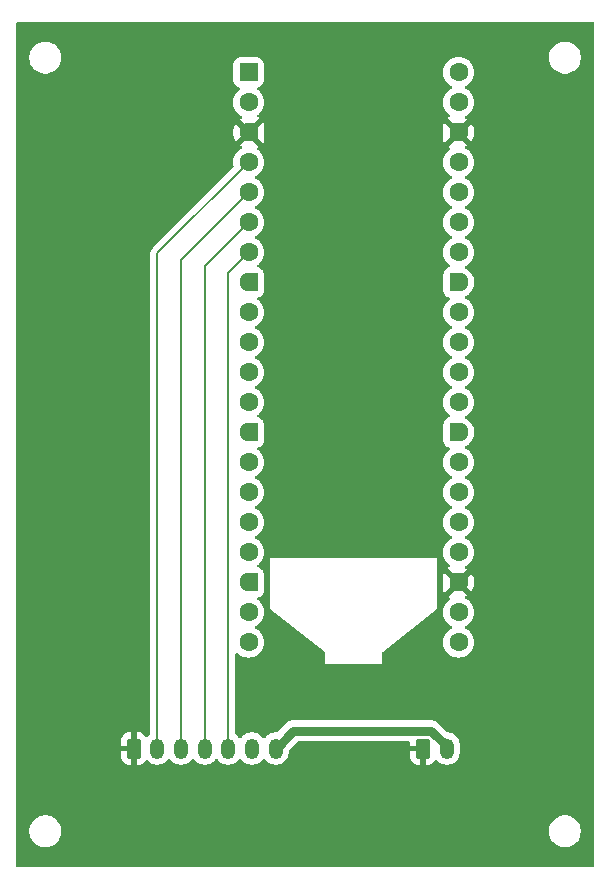
<source format=gbr>
%TF.GenerationSoftware,KiCad,Pcbnew,8.0.5*%
%TF.CreationDate,2024-10-21T13:31:45-04:00*%
%TF.ProjectId,receiver,72656365-6976-4657-922e-6b696361645f,rev?*%
%TF.SameCoordinates,Original*%
%TF.FileFunction,Copper,L1,Top*%
%TF.FilePolarity,Positive*%
%FSLAX46Y46*%
G04 Gerber Fmt 4.6, Leading zero omitted, Abs format (unit mm)*
G04 Created by KiCad (PCBNEW 8.0.5) date 2024-10-21 13:31:45*
%MOMM*%
%LPD*%
G01*
G04 APERTURE LIST*
G04 Aperture macros list*
%AMRoundRect*
0 Rectangle with rounded corners*
0 $1 Rounding radius*
0 $2 $3 $4 $5 $6 $7 $8 $9 X,Y pos of 4 corners*
0 Add a 4 corners polygon primitive as box body*
4,1,4,$2,$3,$4,$5,$6,$7,$8,$9,$2,$3,0*
0 Add four circle primitives for the rounded corners*
1,1,$1+$1,$2,$3*
1,1,$1+$1,$4,$5*
1,1,$1+$1,$6,$7*
1,1,$1+$1,$8,$9*
0 Add four rect primitives between the rounded corners*
20,1,$1+$1,$2,$3,$4,$5,0*
20,1,$1+$1,$4,$5,$6,$7,0*
20,1,$1+$1,$6,$7,$8,$9,0*
20,1,$1+$1,$8,$9,$2,$3,0*%
%AMFreePoly0*
4,1,28,0.605014,0.794986,0.644504,0.794986,0.724698,0.756366,0.780194,0.686777,0.800000,0.600000,0.800000,-0.600000,0.780194,-0.686777,0.724698,-0.756366,0.644504,-0.794986,0.605014,-0.794986,0.600000,-0.800000,0.000000,-0.800000,-0.178017,-0.779942,-0.347107,-0.720775,-0.498792,-0.625465,-0.625465,-0.498792,-0.720775,-0.347107,-0.779942,-0.178017,-0.800000,0.000000,-0.779942,0.178017,
-0.720775,0.347107,-0.625465,0.498792,-0.498792,0.625465,-0.347107,0.720775,-0.178017,0.779942,0.000000,0.800000,0.600000,0.800000,0.605014,0.794986,0.605014,0.794986,$1*%
%AMFreePoly1*
4,1,28,0.178017,0.779942,0.347107,0.720775,0.498792,0.625465,0.625465,0.498792,0.720775,0.347107,0.779942,0.178017,0.800000,0.000000,0.779942,-0.178017,0.720775,-0.347107,0.625465,-0.498792,0.498792,-0.625465,0.347107,-0.720775,0.178017,-0.779942,0.000000,-0.800000,-0.600000,-0.800000,-0.605014,-0.794986,-0.644504,-0.794986,-0.724698,-0.756366,-0.780194,-0.686777,-0.800000,-0.600000,
-0.800000,0.600000,-0.780194,0.686777,-0.724698,0.756366,-0.644504,0.794986,-0.605014,0.794986,-0.600000,0.800000,0.000000,0.800000,0.178017,0.779942,0.178017,0.779942,$1*%
G04 Aperture macros list end*
%TA.AperFunction,ComponentPad*%
%ADD10RoundRect,0.200000X-0.600000X-0.600000X0.600000X-0.600000X0.600000X0.600000X-0.600000X0.600000X0*%
%TD*%
%TA.AperFunction,ComponentPad*%
%ADD11C,1.600000*%
%TD*%
%TA.AperFunction,ComponentPad*%
%ADD12FreePoly0,0.000000*%
%TD*%
%TA.AperFunction,ComponentPad*%
%ADD13FreePoly1,0.000000*%
%TD*%
%TA.AperFunction,ComponentPad*%
%ADD14RoundRect,0.250000X-0.350000X-0.625000X0.350000X-0.625000X0.350000X0.625000X-0.350000X0.625000X0*%
%TD*%
%TA.AperFunction,ComponentPad*%
%ADD15O,1.200000X1.750000*%
%TD*%
%TA.AperFunction,Conductor*%
%ADD16C,0.200000*%
%TD*%
%TA.AperFunction,Conductor*%
%ADD17C,0.800000*%
%TD*%
G04 APERTURE END LIST*
D10*
%TO.P,U1,1,GPIO0*%
%TO.N,unconnected-(U1-GPIO0-Pad1)*%
X130720000Y-69740000D03*
D11*
%TO.P,U1,2,GPIO1*%
%TO.N,unconnected-(U1-GPIO1-Pad2)*%
X130720000Y-72280000D03*
D12*
%TO.P,U1,3,GND*%
%TO.N,/GND*%
X130720000Y-74820000D03*
D11*
%TO.P,U1,4,GPIO2*%
%TO.N,/I2C1_SDA*%
X130720000Y-77360000D03*
%TO.P,U1,5,GPIO3*%
%TO.N,/I2C1_SCL*%
X130720000Y-79900000D03*
%TO.P,U1,6,GPIO4*%
%TO.N,/I2C0_SDA*%
X130720000Y-82440000D03*
%TO.P,U1,7,GPIO5*%
%TO.N,/I2C0_SCL*%
X130720000Y-84980000D03*
D12*
%TO.P,U1,8,GND*%
%TO.N,unconnected-(U1-GND-Pad8)*%
X130720000Y-87520000D03*
D11*
%TO.P,U1,9,GPIO6*%
%TO.N,unconnected-(U1-GPIO6-Pad9)*%
X130720000Y-90060000D03*
%TO.P,U1,10,GPIO7*%
%TO.N,unconnected-(U1-GPIO7-Pad10)*%
X130720000Y-92600000D03*
%TO.P,U1,11,GPIO8*%
%TO.N,unconnected-(U1-GPIO8-Pad11)*%
X130720000Y-95140000D03*
%TO.P,U1,12,GPIO9*%
%TO.N,unconnected-(U1-GPIO9-Pad12)*%
X130720000Y-97680000D03*
D12*
%TO.P,U1,13,GND*%
%TO.N,unconnected-(U1-GND-Pad13)*%
X130720000Y-100220000D03*
D11*
%TO.P,U1,14,GPIO10*%
%TO.N,unconnected-(U1-GPIO10-Pad14)*%
X130720000Y-102760000D03*
%TO.P,U1,15,GPIO11*%
%TO.N,unconnected-(U1-GPIO11-Pad15)*%
X130720000Y-105300000D03*
%TO.P,U1,16,GPIO12*%
%TO.N,unconnected-(U1-GPIO12-Pad16)*%
X130720000Y-107840000D03*
%TO.P,U1,17,GPIO13*%
%TO.N,unconnected-(U1-GPIO13-Pad17)*%
X130720000Y-110380000D03*
D12*
%TO.P,U1,18,GND*%
%TO.N,unconnected-(U1-GND-Pad18)*%
X130720000Y-112920000D03*
D11*
%TO.P,U1,19,GPIO14*%
%TO.N,unconnected-(U1-GPIO14-Pad19)*%
X130720000Y-115460000D03*
%TO.P,U1,20,GPIO15*%
%TO.N,unconnected-(U1-GPIO15-Pad20)*%
X130720000Y-118000000D03*
%TO.P,U1,21,GPIO16*%
%TO.N,unconnected-(U1-GPIO16-Pad21)*%
X148500000Y-118000000D03*
%TO.P,U1,22,GPIO17*%
%TO.N,unconnected-(U1-GPIO17-Pad22)*%
X148500000Y-115460000D03*
D13*
%TO.P,U1,23,GND*%
%TO.N,/GND*%
X148500000Y-112920000D03*
D11*
%TO.P,U1,24,GPIO18*%
%TO.N,unconnected-(U1-GPIO18-Pad24)*%
X148500000Y-110380000D03*
%TO.P,U1,25,GPIO19*%
%TO.N,unconnected-(U1-GPIO19-Pad25)*%
X148500000Y-107840000D03*
%TO.P,U1,26,GPIO20*%
%TO.N,unconnected-(U1-GPIO20-Pad26)*%
X148500000Y-105300000D03*
%TO.P,U1,27,GPIO21*%
%TO.N,unconnected-(U1-GPIO21-Pad27)*%
X148500000Y-102760000D03*
D13*
%TO.P,U1,28,GND*%
%TO.N,unconnected-(U1-GND-Pad28)*%
X148500000Y-100220000D03*
D11*
%TO.P,U1,29,GPIO22*%
%TO.N,unconnected-(U1-GPIO22-Pad29)*%
X148500000Y-97680000D03*
%TO.P,U1,30,RUN*%
%TO.N,unconnected-(U1-RUN-Pad30)*%
X148500000Y-95140000D03*
%TO.P,U1,31,GPIO26_ADC0*%
%TO.N,unconnected-(U1-GPIO26_ADC0-Pad31)*%
X148500000Y-92600000D03*
%TO.P,U1,32,GPIO27_ADC1*%
%TO.N,unconnected-(U1-GPIO27_ADC1-Pad32)*%
X148500000Y-90060000D03*
D13*
%TO.P,U1,33,AGND*%
%TO.N,unconnected-(U1-AGND-Pad33)*%
X148500000Y-87520000D03*
D11*
%TO.P,U1,34,GPIO28_ADC2*%
%TO.N,unconnected-(U1-GPIO28_ADC2-Pad34)*%
X148500000Y-84980000D03*
%TO.P,U1,35,ADC_VREF*%
%TO.N,unconnected-(U1-ADC_VREF-Pad35)*%
X148500000Y-82440000D03*
%TO.P,U1,36,3V3*%
%TO.N,/3V3*%
X148500000Y-79900000D03*
%TO.P,U1,37,3V3_EN*%
%TO.N,unconnected-(U1-3V3_EN-Pad37)*%
X148500000Y-77360000D03*
D13*
%TO.P,U1,38,GND*%
%TO.N,/GND*%
X148500000Y-74820000D03*
D11*
%TO.P,U1,39,VSYS*%
%TO.N,unconnected-(U1-VSYS-Pad39)*%
X148500000Y-72280000D03*
%TO.P,U1,40,VBUS*%
%TO.N,unconnected-(U1-VBUS-Pad40)*%
X148500000Y-69740000D03*
%TD*%
D14*
%TO.P,J1,1,Pin_1*%
%TO.N,/GND*%
X121000000Y-127000000D03*
D15*
%TO.P,J1,2,Pin_2*%
%TO.N,/I2C1_SDA*%
X123000000Y-127000000D03*
%TO.P,J1,3,Pin_3*%
%TO.N,/I2C1_SCL*%
X125000000Y-127000000D03*
%TO.P,J1,4,Pin_4*%
%TO.N,/I2C0_SDA*%
X127000000Y-127000000D03*
%TO.P,J1,5,Pin_5*%
%TO.N,/I2C0_SCL*%
X129000000Y-127000000D03*
%TO.P,J1,6,Pin_6*%
%TO.N,/3V3*%
X131000000Y-127000000D03*
%TO.P,J1,7,Pin_7*%
%TO.N,/+5V*%
X133000000Y-127000000D03*
%TD*%
D14*
%TO.P,J2,1,Pin_1*%
%TO.N,/GND*%
X145500000Y-127000000D03*
D15*
%TO.P,J2,2,Pin_2*%
%TO.N,/+5V*%
X147500000Y-127000000D03*
%TD*%
D16*
%TO.N,/I2C0_SCL*%
X129000000Y-127000000D02*
X129000000Y-86700000D01*
X129000000Y-86700000D02*
X130720000Y-84980000D01*
%TO.N,/I2C0_SDA*%
X127000000Y-86160000D02*
X130720000Y-82440000D01*
X127000000Y-127000000D02*
X127000000Y-86160000D01*
%TO.N,/I2C1_SDA*%
X123000000Y-127000000D02*
X123000000Y-85080000D01*
X123000000Y-85080000D02*
X130720000Y-77360000D01*
D17*
%TO.N,/+5V*%
X147500000Y-126725000D02*
X147500000Y-127000000D01*
X147500000Y-126815990D02*
X146184010Y-125500000D01*
X147500000Y-127000000D02*
X147500000Y-126815990D01*
X134500000Y-125500000D02*
X133000000Y-127000000D01*
X146184010Y-125500000D02*
X134500000Y-125500000D01*
D16*
%TO.N,/I2C1_SCL*%
X125000000Y-85620000D02*
X130720000Y-79900000D01*
X125000000Y-127000000D02*
X125000000Y-85620000D01*
%TD*%
%TA.AperFunction,Conductor*%
%TO.N,/GND*%
G36*
X159942539Y-65520185D02*
G01*
X159988294Y-65572989D01*
X159999500Y-65624500D01*
X159999500Y-136875500D01*
X159979815Y-136942539D01*
X159927011Y-136988294D01*
X159875500Y-136999500D01*
X111124500Y-136999500D01*
X111057461Y-136979815D01*
X111011706Y-136927011D01*
X111000500Y-136875500D01*
X111000500Y-133893713D01*
X112149500Y-133893713D01*
X112149500Y-134106286D01*
X112182753Y-134316239D01*
X112248444Y-134518414D01*
X112344951Y-134707820D01*
X112469890Y-134879786D01*
X112620213Y-135030109D01*
X112792179Y-135155048D01*
X112792181Y-135155049D01*
X112792184Y-135155051D01*
X112981588Y-135251557D01*
X113183757Y-135317246D01*
X113393713Y-135350500D01*
X113393714Y-135350500D01*
X113606286Y-135350500D01*
X113606287Y-135350500D01*
X113816243Y-135317246D01*
X114018412Y-135251557D01*
X114207816Y-135155051D01*
X114229789Y-135139086D01*
X114379786Y-135030109D01*
X114379788Y-135030106D01*
X114379792Y-135030104D01*
X114530104Y-134879792D01*
X114530106Y-134879788D01*
X114530109Y-134879786D01*
X114655048Y-134707820D01*
X114655047Y-134707820D01*
X114655051Y-134707816D01*
X114751557Y-134518412D01*
X114817246Y-134316243D01*
X114850500Y-134106287D01*
X114850500Y-133893713D01*
X156149500Y-133893713D01*
X156149500Y-134106286D01*
X156182753Y-134316239D01*
X156248444Y-134518414D01*
X156344951Y-134707820D01*
X156469890Y-134879786D01*
X156620213Y-135030109D01*
X156792179Y-135155048D01*
X156792181Y-135155049D01*
X156792184Y-135155051D01*
X156981588Y-135251557D01*
X157183757Y-135317246D01*
X157393713Y-135350500D01*
X157393714Y-135350500D01*
X157606286Y-135350500D01*
X157606287Y-135350500D01*
X157816243Y-135317246D01*
X158018412Y-135251557D01*
X158207816Y-135155051D01*
X158229789Y-135139086D01*
X158379786Y-135030109D01*
X158379788Y-135030106D01*
X158379792Y-135030104D01*
X158530104Y-134879792D01*
X158530106Y-134879788D01*
X158530109Y-134879786D01*
X158655048Y-134707820D01*
X158655047Y-134707820D01*
X158655051Y-134707816D01*
X158751557Y-134518412D01*
X158817246Y-134316243D01*
X158850500Y-134106287D01*
X158850500Y-133893713D01*
X158817246Y-133683757D01*
X158751557Y-133481588D01*
X158655051Y-133292184D01*
X158655049Y-133292181D01*
X158655048Y-133292179D01*
X158530109Y-133120213D01*
X158379786Y-132969890D01*
X158207820Y-132844951D01*
X158018414Y-132748444D01*
X158018413Y-132748443D01*
X158018412Y-132748443D01*
X157816243Y-132682754D01*
X157816241Y-132682753D01*
X157816240Y-132682753D01*
X157654957Y-132657208D01*
X157606287Y-132649500D01*
X157393713Y-132649500D01*
X157345042Y-132657208D01*
X157183760Y-132682753D01*
X156981585Y-132748444D01*
X156792179Y-132844951D01*
X156620213Y-132969890D01*
X156469890Y-133120213D01*
X156344951Y-133292179D01*
X156248444Y-133481585D01*
X156182753Y-133683760D01*
X156149500Y-133893713D01*
X114850500Y-133893713D01*
X114817246Y-133683757D01*
X114751557Y-133481588D01*
X114655051Y-133292184D01*
X114655049Y-133292181D01*
X114655048Y-133292179D01*
X114530109Y-133120213D01*
X114379786Y-132969890D01*
X114207820Y-132844951D01*
X114018414Y-132748444D01*
X114018413Y-132748443D01*
X114018412Y-132748443D01*
X113816243Y-132682754D01*
X113816241Y-132682753D01*
X113816240Y-132682753D01*
X113654957Y-132657208D01*
X113606287Y-132649500D01*
X113393713Y-132649500D01*
X113345042Y-132657208D01*
X113183760Y-132682753D01*
X112981585Y-132748444D01*
X112792179Y-132844951D01*
X112620213Y-132969890D01*
X112469890Y-133120213D01*
X112344951Y-133292179D01*
X112248444Y-133481585D01*
X112182753Y-133683760D01*
X112149500Y-133893713D01*
X111000500Y-133893713D01*
X111000500Y-126325013D01*
X119900000Y-126325013D01*
X119900000Y-126750000D01*
X120719670Y-126750000D01*
X120699925Y-126769745D01*
X120650556Y-126855255D01*
X120625000Y-126950630D01*
X120625000Y-127049370D01*
X120650556Y-127144745D01*
X120699925Y-127230255D01*
X120719670Y-127250000D01*
X119900001Y-127250000D01*
X119900001Y-127674986D01*
X119910494Y-127777697D01*
X119965641Y-127944119D01*
X119965643Y-127944124D01*
X120057684Y-128093345D01*
X120181654Y-128217315D01*
X120330875Y-128309356D01*
X120330880Y-128309358D01*
X120497302Y-128364505D01*
X120497309Y-128364506D01*
X120600019Y-128374999D01*
X120749999Y-128374999D01*
X120750000Y-128374998D01*
X120750000Y-127280330D01*
X120769745Y-127300075D01*
X120855255Y-127349444D01*
X120950630Y-127375000D01*
X121049370Y-127375000D01*
X121144745Y-127349444D01*
X121230255Y-127300075D01*
X121250000Y-127280330D01*
X121250000Y-128374999D01*
X121399972Y-128374999D01*
X121399986Y-128374998D01*
X121502697Y-128364505D01*
X121669119Y-128309358D01*
X121669124Y-128309356D01*
X121818345Y-128217315D01*
X121942315Y-128093345D01*
X121981945Y-128029094D01*
X122033893Y-127982368D01*
X122102855Y-127971145D01*
X122166937Y-127998988D01*
X122175166Y-128006508D01*
X122283072Y-128114414D01*
X122423212Y-128216232D01*
X122577555Y-128294873D01*
X122742299Y-128348402D01*
X122913389Y-128375500D01*
X122913390Y-128375500D01*
X123086610Y-128375500D01*
X123086611Y-128375500D01*
X123257701Y-128348402D01*
X123422445Y-128294873D01*
X123576788Y-128216232D01*
X123716928Y-128114414D01*
X123839414Y-127991928D01*
X123899682Y-127908975D01*
X123955012Y-127866311D01*
X124024626Y-127860332D01*
X124086421Y-127892938D01*
X124100315Y-127908973D01*
X124160586Y-127991928D01*
X124283072Y-128114414D01*
X124423212Y-128216232D01*
X124577555Y-128294873D01*
X124742299Y-128348402D01*
X124913389Y-128375500D01*
X124913390Y-128375500D01*
X125086610Y-128375500D01*
X125086611Y-128375500D01*
X125257701Y-128348402D01*
X125422445Y-128294873D01*
X125576788Y-128216232D01*
X125716928Y-128114414D01*
X125839414Y-127991928D01*
X125899682Y-127908975D01*
X125955012Y-127866311D01*
X126024626Y-127860332D01*
X126086421Y-127892938D01*
X126100315Y-127908973D01*
X126160586Y-127991928D01*
X126283072Y-128114414D01*
X126423212Y-128216232D01*
X126577555Y-128294873D01*
X126742299Y-128348402D01*
X126913389Y-128375500D01*
X126913390Y-128375500D01*
X127086610Y-128375500D01*
X127086611Y-128375500D01*
X127257701Y-128348402D01*
X127422445Y-128294873D01*
X127576788Y-128216232D01*
X127716928Y-128114414D01*
X127839414Y-127991928D01*
X127899682Y-127908975D01*
X127955012Y-127866311D01*
X128024626Y-127860332D01*
X128086421Y-127892938D01*
X128100315Y-127908973D01*
X128160586Y-127991928D01*
X128283072Y-128114414D01*
X128423212Y-128216232D01*
X128577555Y-128294873D01*
X128742299Y-128348402D01*
X128913389Y-128375500D01*
X128913390Y-128375500D01*
X129086610Y-128375500D01*
X129086611Y-128375500D01*
X129257701Y-128348402D01*
X129422445Y-128294873D01*
X129576788Y-128216232D01*
X129716928Y-128114414D01*
X129839414Y-127991928D01*
X129899682Y-127908975D01*
X129955012Y-127866311D01*
X130024626Y-127860332D01*
X130086421Y-127892938D01*
X130100315Y-127908973D01*
X130160586Y-127991928D01*
X130283072Y-128114414D01*
X130423212Y-128216232D01*
X130577555Y-128294873D01*
X130742299Y-128348402D01*
X130913389Y-128375500D01*
X130913390Y-128375500D01*
X131086610Y-128375500D01*
X131086611Y-128375500D01*
X131257701Y-128348402D01*
X131422445Y-128294873D01*
X131576788Y-128216232D01*
X131716928Y-128114414D01*
X131839414Y-127991928D01*
X131899682Y-127908975D01*
X131955012Y-127866311D01*
X132024626Y-127860332D01*
X132086421Y-127892938D01*
X132100315Y-127908973D01*
X132160586Y-127991928D01*
X132283072Y-128114414D01*
X132423212Y-128216232D01*
X132577555Y-128294873D01*
X132742299Y-128348402D01*
X132913389Y-128375500D01*
X132913390Y-128375500D01*
X133086610Y-128375500D01*
X133086611Y-128375500D01*
X133257701Y-128348402D01*
X133422445Y-128294873D01*
X133576788Y-128216232D01*
X133716928Y-128114414D01*
X133839414Y-127991928D01*
X133941232Y-127851788D01*
X134019873Y-127697445D01*
X134073402Y-127532701D01*
X134100500Y-127361611D01*
X134100500Y-127224361D01*
X134120185Y-127157322D01*
X134136819Y-127136680D01*
X134836680Y-126436819D01*
X134898003Y-126403334D01*
X134924361Y-126400500D01*
X144276000Y-126400500D01*
X144343039Y-126420185D01*
X144388794Y-126472989D01*
X144400000Y-126524500D01*
X144400000Y-126750000D01*
X145219670Y-126750000D01*
X145199925Y-126769745D01*
X145150556Y-126855255D01*
X145125000Y-126950630D01*
X145125000Y-127049370D01*
X145150556Y-127144745D01*
X145199925Y-127230255D01*
X145219670Y-127250000D01*
X144400001Y-127250000D01*
X144400001Y-127674986D01*
X144410494Y-127777697D01*
X144465641Y-127944119D01*
X144465643Y-127944124D01*
X144557684Y-128093345D01*
X144681654Y-128217315D01*
X144830875Y-128309356D01*
X144830880Y-128309358D01*
X144997302Y-128364505D01*
X144997309Y-128364506D01*
X145100019Y-128374999D01*
X145249999Y-128374999D01*
X145250000Y-128374998D01*
X145250000Y-127280330D01*
X145269745Y-127300075D01*
X145355255Y-127349444D01*
X145450630Y-127375000D01*
X145549370Y-127375000D01*
X145644745Y-127349444D01*
X145730255Y-127300075D01*
X145750000Y-127280330D01*
X145750000Y-128374999D01*
X145899972Y-128374999D01*
X145899986Y-128374998D01*
X146002697Y-128364505D01*
X146169119Y-128309358D01*
X146169124Y-128309356D01*
X146318345Y-128217315D01*
X146442315Y-128093345D01*
X146481945Y-128029094D01*
X146533893Y-127982368D01*
X146602855Y-127971145D01*
X146666937Y-127998988D01*
X146675166Y-128006508D01*
X146783072Y-128114414D01*
X146923212Y-128216232D01*
X147077555Y-128294873D01*
X147242299Y-128348402D01*
X147413389Y-128375500D01*
X147413390Y-128375500D01*
X147586610Y-128375500D01*
X147586611Y-128375500D01*
X147757701Y-128348402D01*
X147922445Y-128294873D01*
X148076788Y-128216232D01*
X148216928Y-128114414D01*
X148339414Y-127991928D01*
X148441232Y-127851788D01*
X148519873Y-127697445D01*
X148573402Y-127532701D01*
X148600500Y-127361611D01*
X148600500Y-126638389D01*
X148573402Y-126467299D01*
X148519873Y-126302555D01*
X148441232Y-126148212D01*
X148339414Y-126008072D01*
X148216928Y-125885586D01*
X148076788Y-125783768D01*
X147922445Y-125705127D01*
X147757701Y-125651598D01*
X147757699Y-125651597D01*
X147757697Y-125651597D01*
X147620937Y-125629936D01*
X147557802Y-125600007D01*
X147552654Y-125595144D01*
X146758045Y-124800535D01*
X146758040Y-124800531D01*
X146698971Y-124761064D01*
X146698970Y-124761063D01*
X146610554Y-124701985D01*
X146610552Y-124701984D01*
X146528617Y-124668046D01*
X146528616Y-124668046D01*
X146446676Y-124634105D01*
X146446668Y-124634103D01*
X146272706Y-124599500D01*
X146272702Y-124599500D01*
X146272701Y-124599500D01*
X134588691Y-124599500D01*
X134411308Y-124599500D01*
X134411305Y-124599500D01*
X134237401Y-124634091D01*
X134237402Y-124634092D01*
X134237339Y-124634104D01*
X134237329Y-124634107D01*
X134073459Y-124701983D01*
X134073446Y-124701990D01*
X133925966Y-124800534D01*
X133925964Y-124800537D01*
X133138319Y-125588181D01*
X133076996Y-125621666D01*
X133050638Y-125624500D01*
X132913389Y-125624500D01*
X132873728Y-125630781D01*
X132742302Y-125651597D01*
X132577552Y-125705128D01*
X132423211Y-125783768D01*
X132348388Y-125838131D01*
X132283072Y-125885586D01*
X132283070Y-125885588D01*
X132283069Y-125885588D01*
X132160588Y-126008069D01*
X132160581Y-126008078D01*
X132100317Y-126091023D01*
X132044987Y-126133689D01*
X131975374Y-126139667D01*
X131913579Y-126107061D01*
X131899683Y-126091023D01*
X131851899Y-126025257D01*
X131839414Y-126008072D01*
X131716928Y-125885586D01*
X131576788Y-125783768D01*
X131422445Y-125705127D01*
X131257701Y-125651598D01*
X131257699Y-125651597D01*
X131257698Y-125651597D01*
X131126271Y-125630781D01*
X131086611Y-125624500D01*
X130913389Y-125624500D01*
X130873728Y-125630781D01*
X130742302Y-125651597D01*
X130577552Y-125705128D01*
X130423211Y-125783768D01*
X130348388Y-125838131D01*
X130283072Y-125885586D01*
X130283070Y-125885588D01*
X130283069Y-125885588D01*
X130160588Y-126008069D01*
X130160581Y-126008078D01*
X130100317Y-126091023D01*
X130044987Y-126133689D01*
X129975374Y-126139667D01*
X129913579Y-126107061D01*
X129899683Y-126091023D01*
X129851899Y-126025257D01*
X129839414Y-126008072D01*
X129716928Y-125885586D01*
X129716925Y-125885584D01*
X129651613Y-125838131D01*
X129608948Y-125782801D01*
X129600500Y-125737814D01*
X129600500Y-119019049D01*
X129620185Y-118952010D01*
X129672989Y-118906255D01*
X129742147Y-118896311D01*
X129805703Y-118925336D01*
X129812181Y-118931368D01*
X129880858Y-119000045D01*
X129880861Y-119000047D01*
X130067266Y-119130568D01*
X130273504Y-119226739D01*
X130493308Y-119285635D01*
X130655230Y-119299801D01*
X130719998Y-119305468D01*
X130720000Y-119305468D01*
X130720002Y-119305468D01*
X130776673Y-119300509D01*
X130946692Y-119285635D01*
X131166496Y-119226739D01*
X131372734Y-119130568D01*
X131559139Y-119000047D01*
X131720047Y-118839139D01*
X131850568Y-118652734D01*
X131946739Y-118446496D01*
X132005635Y-118226692D01*
X132025468Y-118000000D01*
X132005635Y-117773308D01*
X131946739Y-117553504D01*
X131850568Y-117347266D01*
X131720047Y-117160861D01*
X131720045Y-117160858D01*
X131559141Y-116999954D01*
X131372734Y-116869432D01*
X131372728Y-116869429D01*
X131314725Y-116842382D01*
X131262285Y-116796210D01*
X131243133Y-116729017D01*
X131263348Y-116662135D01*
X131314725Y-116617618D01*
X131372734Y-116590568D01*
X131559139Y-116460047D01*
X131720047Y-116299139D01*
X131850568Y-116112734D01*
X131946739Y-115906496D01*
X132005635Y-115686692D01*
X132025468Y-115460000D01*
X132005635Y-115233308D01*
X131999362Y-115209895D01*
X132510000Y-115209895D01*
X137162057Y-118822663D01*
X137202931Y-118879327D01*
X137210000Y-118920597D01*
X137210000Y-119870000D01*
X142010000Y-119870000D01*
X142010000Y-118920597D01*
X142029685Y-118853558D01*
X142057941Y-118822664D01*
X146710000Y-115209895D01*
X146710000Y-110870000D01*
X132510000Y-110870000D01*
X132510000Y-115209895D01*
X131999362Y-115209895D01*
X131946739Y-115013504D01*
X131850568Y-114807266D01*
X131720047Y-114620861D01*
X131720045Y-114620858D01*
X131559141Y-114459954D01*
X131493001Y-114413643D01*
X131449376Y-114359067D01*
X131442182Y-114289568D01*
X131473704Y-114227213D01*
X131526766Y-114193829D01*
X131584980Y-114175438D01*
X131667236Y-114135825D01*
X131738320Y-114094137D01*
X131843123Y-113995558D01*
X131900045Y-113924179D01*
X131945998Y-113855783D01*
X131997652Y-113721495D01*
X132017968Y-113632487D01*
X132029697Y-113550917D01*
X132025913Y-113504644D01*
X132025500Y-113494537D01*
X132025500Y-113000274D01*
X132026280Y-112986387D01*
X132027383Y-112976600D01*
X132027383Y-112863398D01*
X132026280Y-112853610D01*
X132025500Y-112839725D01*
X132025500Y-112388973D01*
X132026762Y-112371325D01*
X132029697Y-112350912D01*
X132017968Y-112207515D01*
X132017968Y-112207513D01*
X131997652Y-112118505D01*
X131972830Y-112039933D01*
X131967205Y-112030342D01*
X131930758Y-111968193D01*
X131900045Y-111915821D01*
X131843123Y-111844442D01*
X131843113Y-111844431D01*
X131786668Y-111784420D01*
X131786663Y-111784416D01*
X131667241Y-111704178D01*
X131667236Y-111704175D01*
X131610664Y-111676931D01*
X131584980Y-111664562D01*
X131584976Y-111664560D01*
X131584973Y-111664559D01*
X131584972Y-111664558D01*
X131523523Y-111640922D01*
X131468020Y-111598482D01*
X131444273Y-111532772D01*
X131459821Y-111464654D01*
X131496917Y-111423614D01*
X131559139Y-111380047D01*
X131720047Y-111219139D01*
X131850568Y-111032734D01*
X131946739Y-110826496D01*
X132005635Y-110606692D01*
X132025468Y-110380000D01*
X132005635Y-110153308D01*
X131946739Y-109933504D01*
X131850568Y-109727266D01*
X131720047Y-109540861D01*
X131720045Y-109540858D01*
X131559141Y-109379954D01*
X131372734Y-109249432D01*
X131372728Y-109249429D01*
X131314725Y-109222382D01*
X131262285Y-109176210D01*
X131243133Y-109109017D01*
X131263348Y-109042135D01*
X131314725Y-108997618D01*
X131372734Y-108970568D01*
X131559139Y-108840047D01*
X131720047Y-108679139D01*
X131850568Y-108492734D01*
X131946739Y-108286496D01*
X132005635Y-108066692D01*
X132025468Y-107840000D01*
X132005635Y-107613308D01*
X131946739Y-107393504D01*
X131850568Y-107187266D01*
X131720047Y-107000861D01*
X131720045Y-107000858D01*
X131559141Y-106839954D01*
X131372734Y-106709432D01*
X131372728Y-106709429D01*
X131314725Y-106682382D01*
X131262285Y-106636210D01*
X131243133Y-106569017D01*
X131263348Y-106502135D01*
X131314725Y-106457618D01*
X131372734Y-106430568D01*
X131559139Y-106300047D01*
X131720047Y-106139139D01*
X131850568Y-105952734D01*
X131946739Y-105746496D01*
X132005635Y-105526692D01*
X132025468Y-105300000D01*
X132005635Y-105073308D01*
X131946739Y-104853504D01*
X131850568Y-104647266D01*
X131720047Y-104460861D01*
X131720045Y-104460858D01*
X131559141Y-104299954D01*
X131372734Y-104169432D01*
X131372728Y-104169429D01*
X131314725Y-104142382D01*
X131262285Y-104096210D01*
X131243133Y-104029017D01*
X131263348Y-103962135D01*
X131314725Y-103917618D01*
X131372734Y-103890568D01*
X131559139Y-103760047D01*
X131720047Y-103599139D01*
X131850568Y-103412734D01*
X131946739Y-103206496D01*
X132005635Y-102986692D01*
X132025468Y-102760000D01*
X132005635Y-102533308D01*
X131946739Y-102313504D01*
X131850568Y-102107266D01*
X131720047Y-101920861D01*
X131720045Y-101920858D01*
X131559141Y-101759954D01*
X131493001Y-101713643D01*
X131449376Y-101659067D01*
X131442182Y-101589568D01*
X131473704Y-101527213D01*
X131526766Y-101493829D01*
X131584980Y-101475438D01*
X131667236Y-101435825D01*
X131738320Y-101394137D01*
X131828723Y-101309102D01*
X131843120Y-101295561D01*
X131843122Y-101295559D01*
X131843123Y-101295558D01*
X131900045Y-101224179D01*
X131945998Y-101155783D01*
X131997652Y-101021495D01*
X132017968Y-100932487D01*
X132029697Y-100850917D01*
X132025913Y-100804644D01*
X132025500Y-100794537D01*
X132025500Y-100300274D01*
X132026280Y-100286387D01*
X132027383Y-100276600D01*
X132027383Y-100163398D01*
X132026280Y-100153610D01*
X132025500Y-100139725D01*
X132025500Y-99688973D01*
X132026762Y-99671325D01*
X132029697Y-99650912D01*
X132017968Y-99507515D01*
X132017968Y-99507513D01*
X131997652Y-99418505D01*
X131972830Y-99339933D01*
X131900045Y-99215821D01*
X131843123Y-99144442D01*
X131843113Y-99144431D01*
X131786668Y-99084420D01*
X131786663Y-99084416D01*
X131667241Y-99004178D01*
X131667236Y-99004175D01*
X131667234Y-99004174D01*
X131584980Y-98964562D01*
X131584976Y-98964560D01*
X131584973Y-98964559D01*
X131584972Y-98964558D01*
X131523523Y-98940922D01*
X131468020Y-98898482D01*
X131444273Y-98832772D01*
X131459821Y-98764654D01*
X131496917Y-98723614D01*
X131559139Y-98680047D01*
X131720047Y-98519139D01*
X131850568Y-98332734D01*
X131946739Y-98126496D01*
X132005635Y-97906692D01*
X132025468Y-97680000D01*
X132005635Y-97453308D01*
X131946739Y-97233504D01*
X131850568Y-97027266D01*
X131720047Y-96840861D01*
X131720045Y-96840858D01*
X131559141Y-96679954D01*
X131372734Y-96549432D01*
X131372728Y-96549429D01*
X131314725Y-96522382D01*
X131262285Y-96476210D01*
X131243133Y-96409017D01*
X131263348Y-96342135D01*
X131314725Y-96297618D01*
X131372734Y-96270568D01*
X131559139Y-96140047D01*
X131720047Y-95979139D01*
X131850568Y-95792734D01*
X131946739Y-95586496D01*
X132005635Y-95366692D01*
X132025468Y-95140000D01*
X132005635Y-94913308D01*
X131946739Y-94693504D01*
X131850568Y-94487266D01*
X131720047Y-94300861D01*
X131720045Y-94300858D01*
X131559141Y-94139954D01*
X131372734Y-94009432D01*
X131372728Y-94009429D01*
X131314725Y-93982382D01*
X131262285Y-93936210D01*
X131243133Y-93869017D01*
X131263348Y-93802135D01*
X131314725Y-93757618D01*
X131372734Y-93730568D01*
X131559139Y-93600047D01*
X131720047Y-93439139D01*
X131850568Y-93252734D01*
X131946739Y-93046496D01*
X132005635Y-92826692D01*
X132025468Y-92600000D01*
X132005635Y-92373308D01*
X131946739Y-92153504D01*
X131850568Y-91947266D01*
X131720047Y-91760861D01*
X131720045Y-91760858D01*
X131559141Y-91599954D01*
X131372734Y-91469432D01*
X131372728Y-91469429D01*
X131314725Y-91442382D01*
X131262285Y-91396210D01*
X131243133Y-91329017D01*
X131263348Y-91262135D01*
X131314725Y-91217618D01*
X131372734Y-91190568D01*
X131559139Y-91060047D01*
X131720047Y-90899139D01*
X131850568Y-90712734D01*
X131946739Y-90506496D01*
X132005635Y-90286692D01*
X132025468Y-90060000D01*
X132005635Y-89833308D01*
X131946739Y-89613504D01*
X131850568Y-89407266D01*
X131720047Y-89220861D01*
X131720045Y-89220858D01*
X131559141Y-89059954D01*
X131493001Y-89013643D01*
X131449376Y-88959067D01*
X131442182Y-88889568D01*
X131473704Y-88827213D01*
X131526766Y-88793829D01*
X131584980Y-88775438D01*
X131667236Y-88735825D01*
X131738320Y-88694137D01*
X131828723Y-88609102D01*
X131843120Y-88595561D01*
X131843122Y-88595559D01*
X131843123Y-88595558D01*
X131900045Y-88524179D01*
X131945998Y-88455783D01*
X131997652Y-88321495D01*
X132017968Y-88232487D01*
X132029697Y-88150917D01*
X132025913Y-88104644D01*
X132025500Y-88094537D01*
X132025500Y-87600274D01*
X132026280Y-87586387D01*
X132027383Y-87576600D01*
X132027383Y-87463398D01*
X132026280Y-87453610D01*
X132025500Y-87439725D01*
X132025500Y-86988973D01*
X132026762Y-86971325D01*
X132029697Y-86950912D01*
X132024640Y-86889084D01*
X147190302Y-86889084D01*
X147194087Y-86935354D01*
X147194500Y-86945462D01*
X147194500Y-87439725D01*
X147193720Y-87453610D01*
X147192617Y-87463398D01*
X147192617Y-87576600D01*
X147193720Y-87586387D01*
X147194500Y-87600274D01*
X147194500Y-88051025D01*
X147193238Y-88068671D01*
X147190303Y-88089084D01*
X147190302Y-88089088D01*
X147202031Y-88232484D01*
X147222348Y-88321496D01*
X147247170Y-88400067D01*
X147247171Y-88400070D01*
X147319955Y-88524179D01*
X147376878Y-88595559D01*
X147376886Y-88595568D01*
X147433331Y-88655579D01*
X147433336Y-88655583D01*
X147433337Y-88655584D01*
X147552764Y-88735825D01*
X147635020Y-88775438D01*
X147696478Y-88799078D01*
X147751978Y-88841516D01*
X147775726Y-88907226D01*
X147760178Y-88975344D01*
X147723082Y-89016384D01*
X147660860Y-89059952D01*
X147499954Y-89220858D01*
X147369432Y-89407265D01*
X147369431Y-89407267D01*
X147273261Y-89613502D01*
X147273258Y-89613511D01*
X147214366Y-89833302D01*
X147214364Y-89833313D01*
X147194532Y-90059998D01*
X147194532Y-90060001D01*
X147214364Y-90286686D01*
X147214366Y-90286697D01*
X147273258Y-90506488D01*
X147273261Y-90506497D01*
X147369431Y-90712732D01*
X147369432Y-90712734D01*
X147499954Y-90899141D01*
X147660858Y-91060045D01*
X147660861Y-91060047D01*
X147847266Y-91190568D01*
X147905275Y-91217618D01*
X147957714Y-91263791D01*
X147976866Y-91330984D01*
X147956650Y-91397865D01*
X147905275Y-91442382D01*
X147847267Y-91469431D01*
X147847265Y-91469432D01*
X147660858Y-91599954D01*
X147499954Y-91760858D01*
X147369432Y-91947265D01*
X147369431Y-91947267D01*
X147273261Y-92153502D01*
X147273258Y-92153511D01*
X147214366Y-92373302D01*
X147214364Y-92373313D01*
X147194532Y-92599998D01*
X147194532Y-92600001D01*
X147214364Y-92826686D01*
X147214366Y-92826697D01*
X147273258Y-93046488D01*
X147273261Y-93046497D01*
X147369431Y-93252732D01*
X147369432Y-93252734D01*
X147499954Y-93439141D01*
X147660858Y-93600045D01*
X147660861Y-93600047D01*
X147847266Y-93730568D01*
X147905275Y-93757618D01*
X147957714Y-93803791D01*
X147976866Y-93870984D01*
X147956650Y-93937865D01*
X147905275Y-93982382D01*
X147847267Y-94009431D01*
X147847265Y-94009432D01*
X147660858Y-94139954D01*
X147499954Y-94300858D01*
X147369432Y-94487265D01*
X147369431Y-94487267D01*
X147273261Y-94693502D01*
X147273258Y-94693511D01*
X147214366Y-94913302D01*
X147214364Y-94913313D01*
X147194532Y-95139998D01*
X147194532Y-95140001D01*
X147214364Y-95366686D01*
X147214366Y-95366697D01*
X147273258Y-95586488D01*
X147273261Y-95586497D01*
X147369431Y-95792732D01*
X147369432Y-95792734D01*
X147499954Y-95979141D01*
X147660858Y-96140045D01*
X147660861Y-96140047D01*
X147847266Y-96270568D01*
X147905275Y-96297618D01*
X147957714Y-96343791D01*
X147976866Y-96410984D01*
X147956650Y-96477865D01*
X147905275Y-96522382D01*
X147847267Y-96549431D01*
X147847265Y-96549432D01*
X147660858Y-96679954D01*
X147499954Y-96840858D01*
X147369432Y-97027265D01*
X147369431Y-97027267D01*
X147273261Y-97233502D01*
X147273258Y-97233511D01*
X147214366Y-97453302D01*
X147214364Y-97453313D01*
X147194532Y-97679998D01*
X147194532Y-97680001D01*
X147214364Y-97906686D01*
X147214366Y-97906697D01*
X147273258Y-98126488D01*
X147273261Y-98126497D01*
X147369431Y-98332732D01*
X147369432Y-98332734D01*
X147499954Y-98519141D01*
X147660857Y-98680044D01*
X147660860Y-98680046D01*
X147660861Y-98680047D01*
X147726997Y-98726356D01*
X147770623Y-98780932D01*
X147777817Y-98850430D01*
X147746295Y-98912785D01*
X147693233Y-98946170D01*
X147635025Y-98964560D01*
X147635016Y-98964564D01*
X147552764Y-99004174D01*
X147552749Y-99004182D01*
X147481683Y-99045860D01*
X147481677Y-99045865D01*
X147376879Y-99144438D01*
X147319953Y-99215823D01*
X147274001Y-99284217D01*
X147222348Y-99418505D01*
X147202031Y-99507516D01*
X147190302Y-99589084D01*
X147194087Y-99635354D01*
X147194500Y-99645462D01*
X147194500Y-100139725D01*
X147193720Y-100153610D01*
X147192617Y-100163398D01*
X147192617Y-100276600D01*
X147193720Y-100286387D01*
X147194500Y-100300274D01*
X147194500Y-100751025D01*
X147193238Y-100768671D01*
X147190303Y-100789084D01*
X147190302Y-100789088D01*
X147202031Y-100932484D01*
X147222348Y-101021496D01*
X147247170Y-101100067D01*
X147247171Y-101100070D01*
X147319955Y-101224179D01*
X147376878Y-101295559D01*
X147376886Y-101295568D01*
X147433331Y-101355579D01*
X147433336Y-101355583D01*
X147433337Y-101355584D01*
X147552764Y-101435825D01*
X147635020Y-101475438D01*
X147696478Y-101499078D01*
X147751978Y-101541516D01*
X147775726Y-101607226D01*
X147760178Y-101675344D01*
X147723082Y-101716384D01*
X147660860Y-101759952D01*
X147499954Y-101920858D01*
X147369432Y-102107265D01*
X147369431Y-102107267D01*
X147273261Y-102313502D01*
X147273258Y-102313511D01*
X147214366Y-102533302D01*
X147214364Y-102533313D01*
X147194532Y-102759998D01*
X147194532Y-102760001D01*
X147214364Y-102986686D01*
X147214366Y-102986697D01*
X147273258Y-103206488D01*
X147273261Y-103206497D01*
X147369431Y-103412732D01*
X147369432Y-103412734D01*
X147499954Y-103599141D01*
X147660858Y-103760045D01*
X147660861Y-103760047D01*
X147847266Y-103890568D01*
X147905275Y-103917618D01*
X147957714Y-103963791D01*
X147976866Y-104030984D01*
X147956650Y-104097865D01*
X147905275Y-104142382D01*
X147847267Y-104169431D01*
X147847265Y-104169432D01*
X147660858Y-104299954D01*
X147499954Y-104460858D01*
X147369432Y-104647265D01*
X147369431Y-104647267D01*
X147273261Y-104853502D01*
X147273258Y-104853511D01*
X147214366Y-105073302D01*
X147214364Y-105073313D01*
X147194532Y-105299998D01*
X147194532Y-105300001D01*
X147214364Y-105526686D01*
X147214366Y-105526697D01*
X147273258Y-105746488D01*
X147273261Y-105746497D01*
X147369431Y-105952732D01*
X147369432Y-105952734D01*
X147499954Y-106139141D01*
X147660858Y-106300045D01*
X147660861Y-106300047D01*
X147847266Y-106430568D01*
X147905275Y-106457618D01*
X147957714Y-106503791D01*
X147976866Y-106570984D01*
X147956650Y-106637865D01*
X147905275Y-106682382D01*
X147847267Y-106709431D01*
X147847265Y-106709432D01*
X147660858Y-106839954D01*
X147499954Y-107000858D01*
X147369432Y-107187265D01*
X147369431Y-107187267D01*
X147273261Y-107393502D01*
X147273258Y-107393511D01*
X147214366Y-107613302D01*
X147214364Y-107613313D01*
X147194532Y-107839998D01*
X147194532Y-107840001D01*
X147214364Y-108066686D01*
X147214366Y-108066697D01*
X147273258Y-108286488D01*
X147273261Y-108286497D01*
X147369431Y-108492732D01*
X147369432Y-108492734D01*
X147499954Y-108679141D01*
X147660858Y-108840045D01*
X147660861Y-108840047D01*
X147847266Y-108970568D01*
X147905275Y-108997618D01*
X147957714Y-109043791D01*
X147976866Y-109110984D01*
X147956650Y-109177865D01*
X147905275Y-109222382D01*
X147847267Y-109249431D01*
X147847265Y-109249432D01*
X147660858Y-109379954D01*
X147499954Y-109540858D01*
X147369432Y-109727265D01*
X147369431Y-109727267D01*
X147273261Y-109933502D01*
X147273258Y-109933511D01*
X147214366Y-110153302D01*
X147214364Y-110153313D01*
X147194532Y-110379998D01*
X147194532Y-110380001D01*
X147214364Y-110606686D01*
X147214366Y-110606697D01*
X147273258Y-110826488D01*
X147273261Y-110826497D01*
X147369431Y-111032732D01*
X147369432Y-111032734D01*
X147499954Y-111219141D01*
X147660858Y-111380045D01*
X147727509Y-111426714D01*
X147771134Y-111481290D01*
X147778328Y-111550788D01*
X147746806Y-111613143D01*
X147693741Y-111646528D01*
X147635238Y-111665010D01*
X147610485Y-111676930D01*
X147610485Y-111676931D01*
X148370591Y-112437037D01*
X148307007Y-112454075D01*
X148192993Y-112519901D01*
X148099901Y-112612993D01*
X148034075Y-112727007D01*
X148017037Y-112790590D01*
X147256789Y-112030342D01*
X147222836Y-112118611D01*
X147222836Y-112118613D01*
X147202518Y-112207625D01*
X147190801Y-112289114D01*
X147194587Y-112335391D01*
X147195000Y-112345500D01*
X147195000Y-112839755D01*
X147194220Y-112853641D01*
X147193114Y-112863455D01*
X147193114Y-112976544D01*
X147194220Y-112986358D01*
X147195000Y-113000245D01*
X147195000Y-113451048D01*
X147193738Y-113468694D01*
X147190802Y-113489115D01*
X147190801Y-113489118D01*
X147202518Y-113632373D01*
X147222833Y-113721375D01*
X147222834Y-113721382D01*
X147247634Y-113799880D01*
X147254631Y-113811813D01*
X148017037Y-113049409D01*
X148034075Y-113112993D01*
X148099901Y-113227007D01*
X148192993Y-113320099D01*
X148307007Y-113385925D01*
X148370590Y-113402962D01*
X147610485Y-114163067D01*
X147635234Y-114174986D01*
X147696968Y-114198733D01*
X147752471Y-114241173D01*
X147776218Y-114306883D01*
X147760670Y-114375001D01*
X147723574Y-114416041D01*
X147660856Y-114459956D01*
X147499954Y-114620858D01*
X147369432Y-114807265D01*
X147369431Y-114807267D01*
X147273261Y-115013502D01*
X147273258Y-115013511D01*
X147214366Y-115233302D01*
X147214364Y-115233313D01*
X147194532Y-115459998D01*
X147194532Y-115460001D01*
X147214364Y-115686686D01*
X147214366Y-115686697D01*
X147273258Y-115906488D01*
X147273261Y-115906497D01*
X147369431Y-116112732D01*
X147369432Y-116112734D01*
X147499954Y-116299141D01*
X147660858Y-116460045D01*
X147660861Y-116460047D01*
X147847266Y-116590568D01*
X147905275Y-116617618D01*
X147957714Y-116663791D01*
X147976866Y-116730984D01*
X147956650Y-116797865D01*
X147905275Y-116842382D01*
X147847267Y-116869431D01*
X147847265Y-116869432D01*
X147660858Y-116999954D01*
X147499954Y-117160858D01*
X147369432Y-117347265D01*
X147369431Y-117347267D01*
X147273261Y-117553502D01*
X147273258Y-117553511D01*
X147214366Y-117773302D01*
X147214364Y-117773313D01*
X147194532Y-117999998D01*
X147194532Y-118000001D01*
X147214364Y-118226686D01*
X147214366Y-118226697D01*
X147273258Y-118446488D01*
X147273261Y-118446497D01*
X147369431Y-118652732D01*
X147369432Y-118652734D01*
X147499954Y-118839141D01*
X147660858Y-119000045D01*
X147660861Y-119000047D01*
X147847266Y-119130568D01*
X148053504Y-119226739D01*
X148273308Y-119285635D01*
X148435230Y-119299801D01*
X148499998Y-119305468D01*
X148500000Y-119305468D01*
X148500002Y-119305468D01*
X148556673Y-119300509D01*
X148726692Y-119285635D01*
X148946496Y-119226739D01*
X149152734Y-119130568D01*
X149339139Y-119000047D01*
X149500047Y-118839139D01*
X149630568Y-118652734D01*
X149726739Y-118446496D01*
X149785635Y-118226692D01*
X149805468Y-118000000D01*
X149785635Y-117773308D01*
X149726739Y-117553504D01*
X149630568Y-117347266D01*
X149500047Y-117160861D01*
X149500045Y-117160858D01*
X149339141Y-116999954D01*
X149152734Y-116869432D01*
X149152728Y-116869429D01*
X149094725Y-116842382D01*
X149042285Y-116796210D01*
X149023133Y-116729017D01*
X149043348Y-116662135D01*
X149094725Y-116617618D01*
X149152734Y-116590568D01*
X149339139Y-116460047D01*
X149500047Y-116299139D01*
X149630568Y-116112734D01*
X149726739Y-115906496D01*
X149785635Y-115686692D01*
X149805468Y-115460000D01*
X149785635Y-115233308D01*
X149726739Y-115013504D01*
X149630568Y-114807266D01*
X149500047Y-114620861D01*
X149500045Y-114620858D01*
X149339141Y-114459954D01*
X149152734Y-114329432D01*
X149152732Y-114329431D01*
X149101607Y-114305591D01*
X149049168Y-114259418D01*
X149030016Y-114192225D01*
X149050232Y-114125344D01*
X149100212Y-114081488D01*
X149117977Y-114072933D01*
X149229379Y-114002933D01*
X148629410Y-113402962D01*
X148692993Y-113385925D01*
X148807007Y-113320099D01*
X148900099Y-113227007D01*
X148965925Y-113112993D01*
X148982962Y-113049409D01*
X149582933Y-113649380D01*
X149652932Y-113537977D01*
X149701997Y-113436094D01*
X149761538Y-113265933D01*
X149761540Y-113265927D01*
X149786701Y-113155689D01*
X149786703Y-113155673D01*
X149806886Y-112976547D01*
X149806887Y-112976547D01*
X149806887Y-112863453D01*
X149806886Y-112863452D01*
X149786703Y-112684326D01*
X149786701Y-112684310D01*
X149761540Y-112574072D01*
X149761538Y-112574066D01*
X149701999Y-112403909D01*
X149652926Y-112302011D01*
X149582932Y-112190619D01*
X148982962Y-112790589D01*
X148965925Y-112727007D01*
X148900099Y-112612993D01*
X148807007Y-112519901D01*
X148692993Y-112454075D01*
X148629409Y-112437037D01*
X149229380Y-111837065D01*
X149229379Y-111837064D01*
X149117981Y-111767069D01*
X149117978Y-111767067D01*
X149100208Y-111758509D01*
X149048349Y-111711685D01*
X149030038Y-111644257D01*
X149051088Y-111577634D01*
X149101603Y-111534410D01*
X149152734Y-111510568D01*
X149339139Y-111380047D01*
X149500047Y-111219139D01*
X149630568Y-111032734D01*
X149726739Y-110826496D01*
X149785635Y-110606692D01*
X149805468Y-110380000D01*
X149785635Y-110153308D01*
X149726739Y-109933504D01*
X149630568Y-109727266D01*
X149500047Y-109540861D01*
X149500045Y-109540858D01*
X149339141Y-109379954D01*
X149152734Y-109249432D01*
X149152728Y-109249429D01*
X149094725Y-109222382D01*
X149042285Y-109176210D01*
X149023133Y-109109017D01*
X149043348Y-109042135D01*
X149094725Y-108997618D01*
X149152734Y-108970568D01*
X149339139Y-108840047D01*
X149500047Y-108679139D01*
X149630568Y-108492734D01*
X149726739Y-108286496D01*
X149785635Y-108066692D01*
X149805468Y-107840000D01*
X149785635Y-107613308D01*
X149726739Y-107393504D01*
X149630568Y-107187266D01*
X149500047Y-107000861D01*
X149500045Y-107000858D01*
X149339141Y-106839954D01*
X149152734Y-106709432D01*
X149152728Y-106709429D01*
X149094725Y-106682382D01*
X149042285Y-106636210D01*
X149023133Y-106569017D01*
X149043348Y-106502135D01*
X149094725Y-106457618D01*
X149152734Y-106430568D01*
X149339139Y-106300047D01*
X149500047Y-106139139D01*
X149630568Y-105952734D01*
X149726739Y-105746496D01*
X149785635Y-105526692D01*
X149805468Y-105300000D01*
X149785635Y-105073308D01*
X149726739Y-104853504D01*
X149630568Y-104647266D01*
X149500047Y-104460861D01*
X149500045Y-104460858D01*
X149339141Y-104299954D01*
X149152734Y-104169432D01*
X149152728Y-104169429D01*
X149094725Y-104142382D01*
X149042285Y-104096210D01*
X149023133Y-104029017D01*
X149043348Y-103962135D01*
X149094725Y-103917618D01*
X149152734Y-103890568D01*
X149339139Y-103760047D01*
X149500047Y-103599139D01*
X149630568Y-103412734D01*
X149726739Y-103206496D01*
X149785635Y-102986692D01*
X149805468Y-102760000D01*
X149785635Y-102533308D01*
X149726739Y-102313504D01*
X149630568Y-102107266D01*
X149500047Y-101920861D01*
X149500045Y-101920858D01*
X149339141Y-101759954D01*
X149152734Y-101629432D01*
X149152732Y-101629431D01*
X149102188Y-101605862D01*
X149049749Y-101559689D01*
X149030597Y-101492496D01*
X149050813Y-101425615D01*
X149100792Y-101381760D01*
X149118245Y-101373355D01*
X149270890Y-101277442D01*
X149359390Y-101206865D01*
X149486865Y-101079390D01*
X149557442Y-100990890D01*
X149653355Y-100838245D01*
X149702470Y-100736258D01*
X149762011Y-100566098D01*
X149787198Y-100455742D01*
X149807383Y-100276599D01*
X149807383Y-100163401D01*
X149787198Y-99984258D01*
X149762011Y-99873902D01*
X149702470Y-99703742D01*
X149653355Y-99601755D01*
X149557442Y-99449110D01*
X149486865Y-99360610D01*
X149359390Y-99233135D01*
X149270890Y-99162558D01*
X149146534Y-99084420D01*
X149118244Y-99066644D01*
X149118238Y-99066641D01*
X149100788Y-99058237D01*
X149048930Y-99011413D01*
X149030619Y-98943985D01*
X149051669Y-98877362D01*
X149102184Y-98834139D01*
X149152734Y-98810568D01*
X149339139Y-98680047D01*
X149500047Y-98519139D01*
X149630568Y-98332734D01*
X149726739Y-98126496D01*
X149785635Y-97906692D01*
X149805468Y-97680000D01*
X149785635Y-97453308D01*
X149726739Y-97233504D01*
X149630568Y-97027266D01*
X149500047Y-96840861D01*
X149500045Y-96840858D01*
X149339141Y-96679954D01*
X149152734Y-96549432D01*
X149152728Y-96549429D01*
X149094725Y-96522382D01*
X149042285Y-96476210D01*
X149023133Y-96409017D01*
X149043348Y-96342135D01*
X149094725Y-96297618D01*
X149152734Y-96270568D01*
X149339139Y-96140047D01*
X149500047Y-95979139D01*
X149630568Y-95792734D01*
X149726739Y-95586496D01*
X149785635Y-95366692D01*
X149805468Y-95140000D01*
X149785635Y-94913308D01*
X149726739Y-94693504D01*
X149630568Y-94487266D01*
X149500047Y-94300861D01*
X149500045Y-94300858D01*
X149339141Y-94139954D01*
X149152734Y-94009432D01*
X149152728Y-94009429D01*
X149094725Y-93982382D01*
X149042285Y-93936210D01*
X149023133Y-93869017D01*
X149043348Y-93802135D01*
X149094725Y-93757618D01*
X149152734Y-93730568D01*
X149339139Y-93600047D01*
X149500047Y-93439139D01*
X149630568Y-93252734D01*
X149726739Y-93046496D01*
X149785635Y-92826692D01*
X149805468Y-92600000D01*
X149785635Y-92373308D01*
X149726739Y-92153504D01*
X149630568Y-91947266D01*
X149500047Y-91760861D01*
X149500045Y-91760858D01*
X149339141Y-91599954D01*
X149152734Y-91469432D01*
X149152728Y-91469429D01*
X149094725Y-91442382D01*
X149042285Y-91396210D01*
X149023133Y-91329017D01*
X149043348Y-91262135D01*
X149094725Y-91217618D01*
X149152734Y-91190568D01*
X149339139Y-91060047D01*
X149500047Y-90899139D01*
X149630568Y-90712734D01*
X149726739Y-90506496D01*
X149785635Y-90286692D01*
X149805468Y-90060000D01*
X149785635Y-89833308D01*
X149726739Y-89613504D01*
X149630568Y-89407266D01*
X149500047Y-89220861D01*
X149500045Y-89220858D01*
X149339141Y-89059954D01*
X149152734Y-88929432D01*
X149152732Y-88929431D01*
X149102188Y-88905862D01*
X149049749Y-88859689D01*
X149030597Y-88792496D01*
X149050813Y-88725615D01*
X149100792Y-88681760D01*
X149118245Y-88673355D01*
X149270890Y-88577442D01*
X149359390Y-88506865D01*
X149486865Y-88379390D01*
X149557442Y-88290890D01*
X149653355Y-88138245D01*
X149702470Y-88036258D01*
X149762011Y-87866098D01*
X149787198Y-87755742D01*
X149807383Y-87576599D01*
X149807383Y-87463401D01*
X149787198Y-87284258D01*
X149762011Y-87173902D01*
X149702470Y-87003742D01*
X149653355Y-86901755D01*
X149557442Y-86749110D01*
X149486865Y-86660610D01*
X149359390Y-86533135D01*
X149270890Y-86462558D01*
X149146534Y-86384420D01*
X149118244Y-86366644D01*
X149118238Y-86366641D01*
X149100788Y-86358237D01*
X149048930Y-86311413D01*
X149030619Y-86243985D01*
X149051669Y-86177362D01*
X149102184Y-86134139D01*
X149152734Y-86110568D01*
X149339139Y-85980047D01*
X149500047Y-85819139D01*
X149630568Y-85632734D01*
X149726739Y-85426496D01*
X149785635Y-85206692D01*
X149805468Y-84980000D01*
X149785635Y-84753308D01*
X149726739Y-84533504D01*
X149630568Y-84327266D01*
X149500047Y-84140861D01*
X149500045Y-84140858D01*
X149339141Y-83979954D01*
X149152734Y-83849432D01*
X149152728Y-83849429D01*
X149094725Y-83822382D01*
X149042285Y-83776210D01*
X149023133Y-83709017D01*
X149043348Y-83642135D01*
X149094725Y-83597618D01*
X149152734Y-83570568D01*
X149339139Y-83440047D01*
X149500047Y-83279139D01*
X149630568Y-83092734D01*
X149726739Y-82886496D01*
X149785635Y-82666692D01*
X149805468Y-82440000D01*
X149785635Y-82213308D01*
X149726739Y-81993504D01*
X149630568Y-81787266D01*
X149500047Y-81600861D01*
X149500045Y-81600858D01*
X149339141Y-81439954D01*
X149152734Y-81309432D01*
X149152728Y-81309429D01*
X149094725Y-81282382D01*
X149042285Y-81236210D01*
X149023133Y-81169017D01*
X149043348Y-81102135D01*
X149094725Y-81057618D01*
X149152734Y-81030568D01*
X149339139Y-80900047D01*
X149500047Y-80739139D01*
X149630568Y-80552734D01*
X149726739Y-80346496D01*
X149785635Y-80126692D01*
X149805468Y-79900000D01*
X149785635Y-79673308D01*
X149726739Y-79453504D01*
X149630568Y-79247266D01*
X149500047Y-79060861D01*
X149500045Y-79060858D01*
X149339141Y-78899954D01*
X149152734Y-78769432D01*
X149152728Y-78769429D01*
X149094725Y-78742382D01*
X149042285Y-78696210D01*
X149023133Y-78629017D01*
X149043348Y-78562135D01*
X149094725Y-78517618D01*
X149152734Y-78490568D01*
X149339139Y-78360047D01*
X149500047Y-78199139D01*
X149630568Y-78012734D01*
X149726739Y-77806496D01*
X149785635Y-77586692D01*
X149805468Y-77360000D01*
X149785635Y-77133308D01*
X149726739Y-76913504D01*
X149630568Y-76707266D01*
X149500047Y-76520861D01*
X149500045Y-76520858D01*
X149339141Y-76359954D01*
X149152734Y-76229432D01*
X149152732Y-76229431D01*
X149101607Y-76205591D01*
X149049168Y-76159418D01*
X149030016Y-76092225D01*
X149050232Y-76025344D01*
X149100212Y-75981488D01*
X149117977Y-75972933D01*
X149229379Y-75902933D01*
X148629410Y-75302962D01*
X148692993Y-75285925D01*
X148807007Y-75220099D01*
X148900099Y-75127007D01*
X148965925Y-75012993D01*
X148982962Y-74949409D01*
X149582933Y-75549380D01*
X149652932Y-75437977D01*
X149701997Y-75336094D01*
X149761538Y-75165933D01*
X149761540Y-75165927D01*
X149786701Y-75055689D01*
X149786703Y-75055673D01*
X149806886Y-74876547D01*
X149806887Y-74876547D01*
X149806887Y-74763453D01*
X149806886Y-74763452D01*
X149786703Y-74584326D01*
X149786701Y-74584310D01*
X149761540Y-74474072D01*
X149761538Y-74474066D01*
X149701999Y-74303909D01*
X149652926Y-74202011D01*
X149582932Y-74090619D01*
X148982962Y-74690589D01*
X148965925Y-74627007D01*
X148900099Y-74512993D01*
X148807007Y-74419901D01*
X148692993Y-74354075D01*
X148629409Y-74337037D01*
X149229380Y-73737065D01*
X149229379Y-73737064D01*
X149117981Y-73667069D01*
X149117978Y-73667067D01*
X149100208Y-73658509D01*
X149048349Y-73611685D01*
X149030038Y-73544257D01*
X149051088Y-73477634D01*
X149101603Y-73434410D01*
X149152734Y-73410568D01*
X149339139Y-73280047D01*
X149500047Y-73119139D01*
X149630568Y-72932734D01*
X149726739Y-72726496D01*
X149785635Y-72506692D01*
X149805468Y-72280000D01*
X149785635Y-72053308D01*
X149726739Y-71833504D01*
X149630568Y-71627266D01*
X149500047Y-71440861D01*
X149500045Y-71440858D01*
X149339141Y-71279954D01*
X149152734Y-71149432D01*
X149152728Y-71149429D01*
X149094725Y-71122382D01*
X149042285Y-71076210D01*
X149023133Y-71009017D01*
X149043348Y-70942135D01*
X149094725Y-70897618D01*
X149152734Y-70870568D01*
X149339139Y-70740047D01*
X149500047Y-70579139D01*
X149630568Y-70392734D01*
X149726739Y-70186496D01*
X149785635Y-69966692D01*
X149805468Y-69740000D01*
X149785635Y-69513308D01*
X149726739Y-69293504D01*
X149630568Y-69087266D01*
X149500047Y-68900861D01*
X149500045Y-68900858D01*
X149339141Y-68739954D01*
X149152734Y-68609432D01*
X149152732Y-68609431D01*
X148946497Y-68513261D01*
X148946488Y-68513258D01*
X148726697Y-68454366D01*
X148726693Y-68454365D01*
X148726692Y-68454365D01*
X148726691Y-68454364D01*
X148726686Y-68454364D01*
X148500002Y-68434532D01*
X148499998Y-68434532D01*
X148273313Y-68454364D01*
X148273302Y-68454366D01*
X148053511Y-68513258D01*
X148053502Y-68513261D01*
X147847267Y-68609431D01*
X147847265Y-68609432D01*
X147660858Y-68739954D01*
X147499954Y-68900858D01*
X147369432Y-69087265D01*
X147369431Y-69087267D01*
X147273261Y-69293502D01*
X147273258Y-69293511D01*
X147214366Y-69513302D01*
X147214364Y-69513313D01*
X147194532Y-69739998D01*
X147194532Y-69740001D01*
X147214364Y-69966686D01*
X147214366Y-69966697D01*
X147273258Y-70186488D01*
X147273261Y-70186497D01*
X147369431Y-70392732D01*
X147369432Y-70392734D01*
X147499954Y-70579141D01*
X147660858Y-70740045D01*
X147660861Y-70740047D01*
X147847266Y-70870568D01*
X147905275Y-70897618D01*
X147957714Y-70943791D01*
X147976866Y-71010984D01*
X147956650Y-71077865D01*
X147905275Y-71122382D01*
X147847267Y-71149431D01*
X147847265Y-71149432D01*
X147660858Y-71279954D01*
X147499954Y-71440858D01*
X147369432Y-71627265D01*
X147369431Y-71627267D01*
X147273261Y-71833502D01*
X147273258Y-71833511D01*
X147214366Y-72053302D01*
X147214364Y-72053313D01*
X147194532Y-72279998D01*
X147194532Y-72280001D01*
X147214364Y-72506686D01*
X147214366Y-72506697D01*
X147273258Y-72726488D01*
X147273261Y-72726497D01*
X147369431Y-72932732D01*
X147369432Y-72932734D01*
X147499954Y-73119141D01*
X147660858Y-73280045D01*
X147727509Y-73326714D01*
X147771134Y-73381290D01*
X147778328Y-73450788D01*
X147746806Y-73513143D01*
X147693741Y-73546528D01*
X147635238Y-73565010D01*
X147610485Y-73576930D01*
X147610485Y-73576931D01*
X148370591Y-74337037D01*
X148307007Y-74354075D01*
X148192993Y-74419901D01*
X148099901Y-74512993D01*
X148034075Y-74627007D01*
X148017037Y-74690590D01*
X147256789Y-73930342D01*
X147222836Y-74018611D01*
X147222836Y-74018613D01*
X147202518Y-74107625D01*
X147190801Y-74189114D01*
X147194587Y-74235391D01*
X147195000Y-74245500D01*
X147195000Y-74739755D01*
X147194220Y-74753641D01*
X147193114Y-74763455D01*
X147193114Y-74876544D01*
X147194220Y-74886358D01*
X147195000Y-74900245D01*
X147195000Y-75351048D01*
X147193738Y-75368694D01*
X147190802Y-75389115D01*
X147190801Y-75389118D01*
X147202518Y-75532373D01*
X147222833Y-75621375D01*
X147222834Y-75621382D01*
X147247634Y-75699880D01*
X147254631Y-75711813D01*
X148017037Y-74949409D01*
X148034075Y-75012993D01*
X148099901Y-75127007D01*
X148192993Y-75220099D01*
X148307007Y-75285925D01*
X148370590Y-75302962D01*
X147610485Y-76063067D01*
X147635234Y-76074986D01*
X147696968Y-76098733D01*
X147752471Y-76141173D01*
X147776218Y-76206883D01*
X147760670Y-76275001D01*
X147723574Y-76316041D01*
X147660856Y-76359956D01*
X147499954Y-76520858D01*
X147369432Y-76707265D01*
X147369431Y-76707267D01*
X147273261Y-76913502D01*
X147273258Y-76913511D01*
X147214366Y-77133302D01*
X147214364Y-77133313D01*
X147194532Y-77359998D01*
X147194532Y-77360001D01*
X147214364Y-77586686D01*
X147214366Y-77586697D01*
X147273258Y-77806488D01*
X147273261Y-77806497D01*
X147369431Y-78012732D01*
X147369432Y-78012734D01*
X147499954Y-78199141D01*
X147660858Y-78360045D01*
X147660861Y-78360047D01*
X147847266Y-78490568D01*
X147905275Y-78517618D01*
X147957714Y-78563791D01*
X147976866Y-78630984D01*
X147956650Y-78697865D01*
X147905275Y-78742382D01*
X147847267Y-78769431D01*
X147847265Y-78769432D01*
X147660858Y-78899954D01*
X147499954Y-79060858D01*
X147369432Y-79247265D01*
X147369431Y-79247267D01*
X147273261Y-79453502D01*
X147273258Y-79453511D01*
X147214366Y-79673302D01*
X147214364Y-79673313D01*
X147194532Y-79899998D01*
X147194532Y-79900001D01*
X147214364Y-80126686D01*
X147214366Y-80126697D01*
X147273258Y-80346488D01*
X147273261Y-80346497D01*
X147369431Y-80552732D01*
X147369432Y-80552734D01*
X147499954Y-80739141D01*
X147660858Y-80900045D01*
X147660861Y-80900047D01*
X147847266Y-81030568D01*
X147905275Y-81057618D01*
X147957714Y-81103791D01*
X147976866Y-81170984D01*
X147956650Y-81237865D01*
X147905275Y-81282382D01*
X147847267Y-81309431D01*
X147847265Y-81309432D01*
X147660858Y-81439954D01*
X147499954Y-81600858D01*
X147369432Y-81787265D01*
X147369431Y-81787267D01*
X147273261Y-81993502D01*
X147273258Y-81993511D01*
X147214366Y-82213302D01*
X147214364Y-82213313D01*
X147194532Y-82439998D01*
X147194532Y-82440001D01*
X147214364Y-82666686D01*
X147214366Y-82666697D01*
X147273258Y-82886488D01*
X147273261Y-82886497D01*
X147369431Y-83092732D01*
X147369432Y-83092734D01*
X147499954Y-83279141D01*
X147660858Y-83440045D01*
X147660861Y-83440047D01*
X147847266Y-83570568D01*
X147905275Y-83597618D01*
X147957714Y-83643791D01*
X147976866Y-83710984D01*
X147956650Y-83777865D01*
X147905275Y-83822382D01*
X147847267Y-83849431D01*
X147847265Y-83849432D01*
X147660858Y-83979954D01*
X147499954Y-84140858D01*
X147369432Y-84327265D01*
X147369431Y-84327267D01*
X147273261Y-84533502D01*
X147273258Y-84533511D01*
X147214366Y-84753302D01*
X147214365Y-84753309D01*
X147194532Y-84979998D01*
X147194532Y-84980001D01*
X147214364Y-85206686D01*
X147214366Y-85206697D01*
X147273258Y-85426488D01*
X147273261Y-85426497D01*
X147369431Y-85632732D01*
X147369432Y-85632734D01*
X147499954Y-85819141D01*
X147660857Y-85980044D01*
X147660860Y-85980046D01*
X147660861Y-85980047D01*
X147726997Y-86026356D01*
X147770623Y-86080932D01*
X147777817Y-86150430D01*
X147746295Y-86212785D01*
X147693233Y-86246170D01*
X147635025Y-86264560D01*
X147635016Y-86264564D01*
X147552764Y-86304174D01*
X147552749Y-86304182D01*
X147481683Y-86345860D01*
X147481677Y-86345865D01*
X147376879Y-86444438D01*
X147319953Y-86515823D01*
X147274001Y-86584217D01*
X147222348Y-86718505D01*
X147202031Y-86807516D01*
X147190302Y-86889084D01*
X132024640Y-86889084D01*
X132017968Y-86807515D01*
X132017968Y-86807513D01*
X131997652Y-86718505D01*
X131972830Y-86639933D01*
X131961693Y-86620943D01*
X131939683Y-86583412D01*
X131900045Y-86515821D01*
X131843123Y-86444442D01*
X131843113Y-86444431D01*
X131786668Y-86384420D01*
X131786663Y-86384416D01*
X131667241Y-86304178D01*
X131667236Y-86304175D01*
X131663712Y-86302478D01*
X131584980Y-86264562D01*
X131584976Y-86264560D01*
X131584973Y-86264559D01*
X131584972Y-86264558D01*
X131523523Y-86240922D01*
X131468020Y-86198482D01*
X131444273Y-86132772D01*
X131459821Y-86064654D01*
X131496917Y-86023614D01*
X131559139Y-85980047D01*
X131720047Y-85819139D01*
X131850568Y-85632734D01*
X131946739Y-85426496D01*
X132005635Y-85206692D01*
X132025468Y-84980000D01*
X132005635Y-84753308D01*
X131946739Y-84533504D01*
X131850568Y-84327266D01*
X131720047Y-84140861D01*
X131720045Y-84140858D01*
X131559141Y-83979954D01*
X131372734Y-83849432D01*
X131372728Y-83849429D01*
X131314725Y-83822382D01*
X131262285Y-83776210D01*
X131243133Y-83709017D01*
X131263348Y-83642135D01*
X131314725Y-83597618D01*
X131372734Y-83570568D01*
X131559139Y-83440047D01*
X131720047Y-83279139D01*
X131850568Y-83092734D01*
X131946739Y-82886496D01*
X132005635Y-82666692D01*
X132025468Y-82440000D01*
X132005635Y-82213308D01*
X131946739Y-81993504D01*
X131850568Y-81787266D01*
X131720047Y-81600861D01*
X131720045Y-81600858D01*
X131559141Y-81439954D01*
X131372734Y-81309432D01*
X131372728Y-81309429D01*
X131314725Y-81282382D01*
X131262285Y-81236210D01*
X131243133Y-81169017D01*
X131263348Y-81102135D01*
X131314725Y-81057618D01*
X131372734Y-81030568D01*
X131559139Y-80900047D01*
X131720047Y-80739139D01*
X131850568Y-80552734D01*
X131946739Y-80346496D01*
X132005635Y-80126692D01*
X132025468Y-79900000D01*
X132005635Y-79673308D01*
X131946739Y-79453504D01*
X131850568Y-79247266D01*
X131720047Y-79060861D01*
X131720045Y-79060858D01*
X131559141Y-78899954D01*
X131372734Y-78769432D01*
X131372728Y-78769429D01*
X131314725Y-78742382D01*
X131262285Y-78696210D01*
X131243133Y-78629017D01*
X131263348Y-78562135D01*
X131314725Y-78517618D01*
X131372734Y-78490568D01*
X131559139Y-78360047D01*
X131720047Y-78199139D01*
X131850568Y-78012734D01*
X131946739Y-77806496D01*
X132005635Y-77586692D01*
X132025468Y-77360000D01*
X132005635Y-77133308D01*
X131946739Y-76913504D01*
X131850568Y-76707266D01*
X131720047Y-76520861D01*
X131720045Y-76520858D01*
X131559141Y-76359954D01*
X131492490Y-76313285D01*
X131448865Y-76258709D01*
X131441671Y-76189210D01*
X131473194Y-76126855D01*
X131526259Y-76093470D01*
X131584766Y-76074986D01*
X131609514Y-76063067D01*
X130849410Y-75302962D01*
X130912993Y-75285925D01*
X131027007Y-75220099D01*
X131120099Y-75127007D01*
X131185925Y-75012993D01*
X131202962Y-74949410D01*
X131963209Y-75709657D01*
X131997163Y-75621388D01*
X131997164Y-75621385D01*
X132017481Y-75532374D01*
X132029198Y-75450885D01*
X132029198Y-75450884D01*
X132025413Y-75404607D01*
X132025000Y-75394499D01*
X132025000Y-74900245D01*
X132025780Y-74886358D01*
X132026886Y-74876544D01*
X132026886Y-74763455D01*
X132025780Y-74753641D01*
X132025000Y-74739755D01*
X132025000Y-74288951D01*
X132026262Y-74271304D01*
X132029198Y-74250883D01*
X132029198Y-74250881D01*
X132017481Y-74107626D01*
X131997166Y-74018624D01*
X131997165Y-74018617D01*
X131972365Y-73940119D01*
X131965366Y-73928184D01*
X131202962Y-74690589D01*
X131185925Y-74627007D01*
X131120099Y-74512993D01*
X131027007Y-74419901D01*
X130912993Y-74354075D01*
X130849409Y-74337037D01*
X131609514Y-73576931D01*
X131609513Y-73576930D01*
X131584764Y-73565012D01*
X131584753Y-73565007D01*
X131523031Y-73541266D01*
X131467528Y-73498826D01*
X131443781Y-73433116D01*
X131459329Y-73364998D01*
X131496424Y-73323959D01*
X131559139Y-73280047D01*
X131720047Y-73119139D01*
X131850568Y-72932734D01*
X131946739Y-72726496D01*
X132005635Y-72506692D01*
X132025468Y-72280000D01*
X132005635Y-72053308D01*
X131946739Y-71833504D01*
X131850568Y-71627266D01*
X131720047Y-71440861D01*
X131720045Y-71440858D01*
X131559142Y-71279955D01*
X131549106Y-71272927D01*
X131488515Y-71230502D01*
X131444891Y-71175927D01*
X131437697Y-71106429D01*
X131469219Y-71044074D01*
X131522747Y-71010543D01*
X131609606Y-70983478D01*
X131755185Y-70895472D01*
X131875472Y-70775185D01*
X131963478Y-70629606D01*
X132014086Y-70467196D01*
X132020500Y-70396616D01*
X132020500Y-69083384D01*
X132014086Y-69012804D01*
X131963478Y-68850394D01*
X131875472Y-68704815D01*
X131875470Y-68704813D01*
X131875469Y-68704811D01*
X131755188Y-68584530D01*
X131637295Y-68513261D01*
X131609606Y-68496522D01*
X131447196Y-68445914D01*
X131447194Y-68445913D01*
X131447192Y-68445913D01*
X131397778Y-68441423D01*
X131376616Y-68439500D01*
X130063384Y-68439500D01*
X130044145Y-68441248D01*
X129992807Y-68445913D01*
X129830393Y-68496522D01*
X129684811Y-68584530D01*
X129564530Y-68704811D01*
X129476522Y-68850393D01*
X129425913Y-69012807D01*
X129419500Y-69083386D01*
X129419500Y-70396613D01*
X129425913Y-70467192D01*
X129476522Y-70629606D01*
X129564530Y-70775188D01*
X129684811Y-70895469D01*
X129684813Y-70895470D01*
X129684815Y-70895472D01*
X129830394Y-70983478D01*
X129917250Y-71010543D01*
X129975397Y-71049280D01*
X130003372Y-71113305D01*
X129992291Y-71182290D01*
X129951483Y-71230503D01*
X129880858Y-71279954D01*
X129719954Y-71440858D01*
X129589432Y-71627265D01*
X129589431Y-71627267D01*
X129493261Y-71833502D01*
X129493258Y-71833511D01*
X129434366Y-72053302D01*
X129434364Y-72053313D01*
X129414532Y-72279998D01*
X129414532Y-72280001D01*
X129434364Y-72506686D01*
X129434366Y-72506697D01*
X129493258Y-72726488D01*
X129493261Y-72726497D01*
X129589431Y-72932732D01*
X129589432Y-72932734D01*
X129719954Y-73119141D01*
X129880858Y-73280045D01*
X129880861Y-73280047D01*
X130067266Y-73410568D01*
X130115620Y-73433116D01*
X130118391Y-73434408D01*
X130170831Y-73480580D01*
X130189983Y-73547773D01*
X130169767Y-73614655D01*
X130119793Y-73658508D01*
X130102031Y-73667062D01*
X129990618Y-73737065D01*
X130590591Y-74337037D01*
X130527007Y-74354075D01*
X130412993Y-74419901D01*
X130319901Y-74512993D01*
X130254075Y-74627007D01*
X130237037Y-74690590D01*
X129637066Y-74090619D01*
X129567066Y-74202023D01*
X129518002Y-74303905D01*
X129458461Y-74474066D01*
X129458459Y-74474072D01*
X129433298Y-74584310D01*
X129433296Y-74584326D01*
X129413113Y-74763452D01*
X129413113Y-74876547D01*
X129433296Y-75055673D01*
X129433298Y-75055689D01*
X129458459Y-75165927D01*
X129458461Y-75165933D01*
X129518002Y-75336094D01*
X129567066Y-75437976D01*
X129637066Y-75549379D01*
X130237037Y-74949409D01*
X130254075Y-75012993D01*
X130319901Y-75127007D01*
X130412993Y-75220099D01*
X130527007Y-75285925D01*
X130590590Y-75302962D01*
X129990619Y-75902933D01*
X130102023Y-75972933D01*
X130119789Y-75981489D01*
X130171649Y-76028312D01*
X130189961Y-76095739D01*
X130168913Y-76162363D01*
X130118393Y-76205591D01*
X130067264Y-76229433D01*
X129880858Y-76359954D01*
X129719954Y-76520858D01*
X129589432Y-76707265D01*
X129589431Y-76707267D01*
X129493261Y-76913502D01*
X129493258Y-76913511D01*
X129434366Y-77133302D01*
X129434364Y-77133313D01*
X129414532Y-77359998D01*
X129414532Y-77360001D01*
X129434364Y-77586686D01*
X129434365Y-77586694D01*
X129460152Y-77682929D01*
X129458489Y-77752779D01*
X129428058Y-77802704D01*
X122631286Y-84599478D01*
X122519481Y-84711282D01*
X122519477Y-84711287D01*
X122495221Y-84753302D01*
X122495218Y-84753308D01*
X122440423Y-84848215D01*
X122399499Y-85000943D01*
X122399499Y-85000945D01*
X122399499Y-85169046D01*
X122399500Y-85169059D01*
X122399500Y-125737814D01*
X122379815Y-125804853D01*
X122348387Y-125838131D01*
X122283074Y-125885584D01*
X122175166Y-125993492D01*
X122113843Y-126026976D01*
X122044151Y-126021992D01*
X121988218Y-125980120D01*
X121981946Y-125970906D01*
X121942317Y-125906656D01*
X121818345Y-125782684D01*
X121669124Y-125690643D01*
X121669119Y-125690641D01*
X121502697Y-125635494D01*
X121502690Y-125635493D01*
X121399986Y-125625000D01*
X121250000Y-125625000D01*
X121250000Y-126719670D01*
X121230255Y-126699925D01*
X121144745Y-126650556D01*
X121049370Y-126625000D01*
X120950630Y-126625000D01*
X120855255Y-126650556D01*
X120769745Y-126699925D01*
X120750000Y-126719670D01*
X120750000Y-125625000D01*
X120600027Y-125625000D01*
X120600012Y-125625001D01*
X120497302Y-125635494D01*
X120330880Y-125690641D01*
X120330875Y-125690643D01*
X120181654Y-125782684D01*
X120057684Y-125906654D01*
X119965643Y-126055875D01*
X119965641Y-126055880D01*
X119910494Y-126222302D01*
X119910493Y-126222309D01*
X119900000Y-126325013D01*
X111000500Y-126325013D01*
X111000500Y-68393713D01*
X112149500Y-68393713D01*
X112149500Y-68606287D01*
X112182754Y-68816243D01*
X112210248Y-68900861D01*
X112248444Y-69018414D01*
X112344951Y-69207820D01*
X112469890Y-69379786D01*
X112620213Y-69530109D01*
X112792179Y-69655048D01*
X112792181Y-69655049D01*
X112792184Y-69655051D01*
X112981588Y-69751557D01*
X113183757Y-69817246D01*
X113393713Y-69850500D01*
X113393714Y-69850500D01*
X113606286Y-69850500D01*
X113606287Y-69850500D01*
X113816243Y-69817246D01*
X114018412Y-69751557D01*
X114207816Y-69655051D01*
X114229789Y-69639086D01*
X114379786Y-69530109D01*
X114379788Y-69530106D01*
X114379792Y-69530104D01*
X114530104Y-69379792D01*
X114530106Y-69379788D01*
X114530109Y-69379786D01*
X114655048Y-69207820D01*
X114655047Y-69207820D01*
X114655051Y-69207816D01*
X114751557Y-69018412D01*
X114817246Y-68816243D01*
X114850500Y-68606287D01*
X114850500Y-68393713D01*
X156149500Y-68393713D01*
X156149500Y-68606287D01*
X156182754Y-68816243D01*
X156210248Y-68900861D01*
X156248444Y-69018414D01*
X156344951Y-69207820D01*
X156469890Y-69379786D01*
X156620213Y-69530109D01*
X156792179Y-69655048D01*
X156792181Y-69655049D01*
X156792184Y-69655051D01*
X156981588Y-69751557D01*
X157183757Y-69817246D01*
X157393713Y-69850500D01*
X157393714Y-69850500D01*
X157606286Y-69850500D01*
X157606287Y-69850500D01*
X157816243Y-69817246D01*
X158018412Y-69751557D01*
X158207816Y-69655051D01*
X158229789Y-69639086D01*
X158379786Y-69530109D01*
X158379788Y-69530106D01*
X158379792Y-69530104D01*
X158530104Y-69379792D01*
X158530106Y-69379788D01*
X158530109Y-69379786D01*
X158655048Y-69207820D01*
X158655047Y-69207820D01*
X158655051Y-69207816D01*
X158751557Y-69018412D01*
X158817246Y-68816243D01*
X158850500Y-68606287D01*
X158850500Y-68393713D01*
X158817246Y-68183757D01*
X158751557Y-67981588D01*
X158655051Y-67792184D01*
X158655049Y-67792181D01*
X158655048Y-67792179D01*
X158530109Y-67620213D01*
X158379786Y-67469890D01*
X158207820Y-67344951D01*
X158018414Y-67248444D01*
X158018413Y-67248443D01*
X158018412Y-67248443D01*
X157816243Y-67182754D01*
X157816241Y-67182753D01*
X157816240Y-67182753D01*
X157654957Y-67157208D01*
X157606287Y-67149500D01*
X157393713Y-67149500D01*
X157345042Y-67157208D01*
X157183760Y-67182753D01*
X156981585Y-67248444D01*
X156792179Y-67344951D01*
X156620213Y-67469890D01*
X156469890Y-67620213D01*
X156344951Y-67792179D01*
X156248444Y-67981585D01*
X156182753Y-68183760D01*
X156149500Y-68393713D01*
X114850500Y-68393713D01*
X114817246Y-68183757D01*
X114751557Y-67981588D01*
X114655051Y-67792184D01*
X114655049Y-67792181D01*
X114655048Y-67792179D01*
X114530109Y-67620213D01*
X114379786Y-67469890D01*
X114207820Y-67344951D01*
X114018414Y-67248444D01*
X114018413Y-67248443D01*
X114018412Y-67248443D01*
X113816243Y-67182754D01*
X113816241Y-67182753D01*
X113816240Y-67182753D01*
X113654957Y-67157208D01*
X113606287Y-67149500D01*
X113393713Y-67149500D01*
X113345042Y-67157208D01*
X113183760Y-67182753D01*
X112981585Y-67248444D01*
X112792179Y-67344951D01*
X112620213Y-67469890D01*
X112469890Y-67620213D01*
X112344951Y-67792179D01*
X112248444Y-67981585D01*
X112182753Y-68183760D01*
X112149500Y-68393713D01*
X111000500Y-68393713D01*
X111000500Y-65624500D01*
X111020185Y-65557461D01*
X111072989Y-65511706D01*
X111124500Y-65500500D01*
X159875500Y-65500500D01*
X159942539Y-65520185D01*
G37*
%TD.AperFunction*%
%TD*%
M02*

</source>
